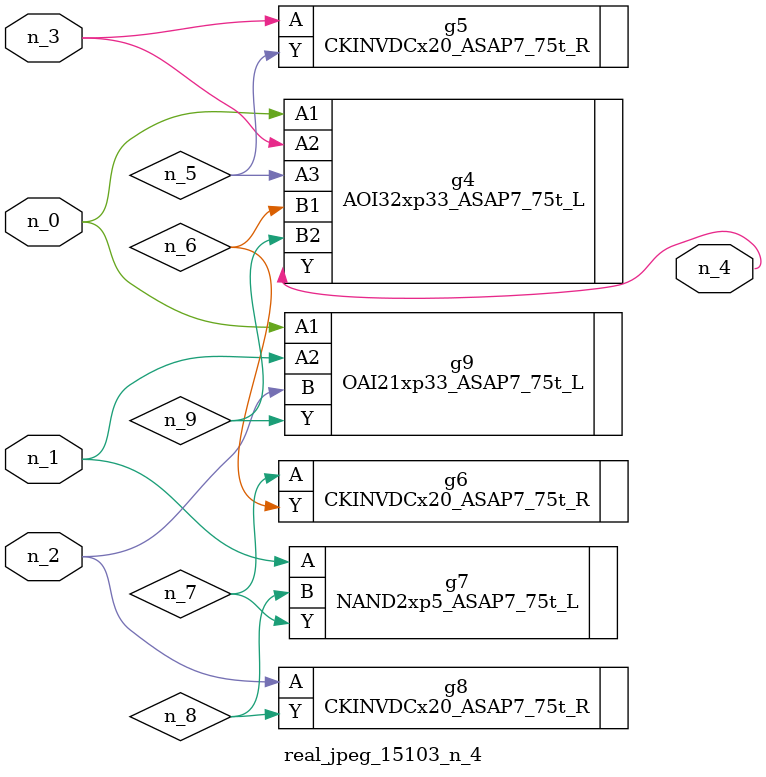
<source format=v>
module real_jpeg_15103_n_4 (n_3, n_1, n_0, n_2, n_4);

input n_3;
input n_1;
input n_0;
input n_2;

output n_4;

wire n_5;
wire n_8;
wire n_6;
wire n_7;
wire n_9;

AOI32xp33_ASAP7_75t_L g4 ( 
.A1(n_0),
.A2(n_3),
.A3(n_5),
.B1(n_6),
.B2(n_9),
.Y(n_4)
);

OAI21xp33_ASAP7_75t_L g9 ( 
.A1(n_0),
.A2(n_1),
.B(n_2),
.Y(n_9)
);

NAND2xp5_ASAP7_75t_L g7 ( 
.A(n_1),
.B(n_8),
.Y(n_7)
);

CKINVDCx20_ASAP7_75t_R g8 ( 
.A(n_2),
.Y(n_8)
);

CKINVDCx20_ASAP7_75t_R g5 ( 
.A(n_3),
.Y(n_5)
);

CKINVDCx20_ASAP7_75t_R g6 ( 
.A(n_7),
.Y(n_6)
);


endmodule
</source>
